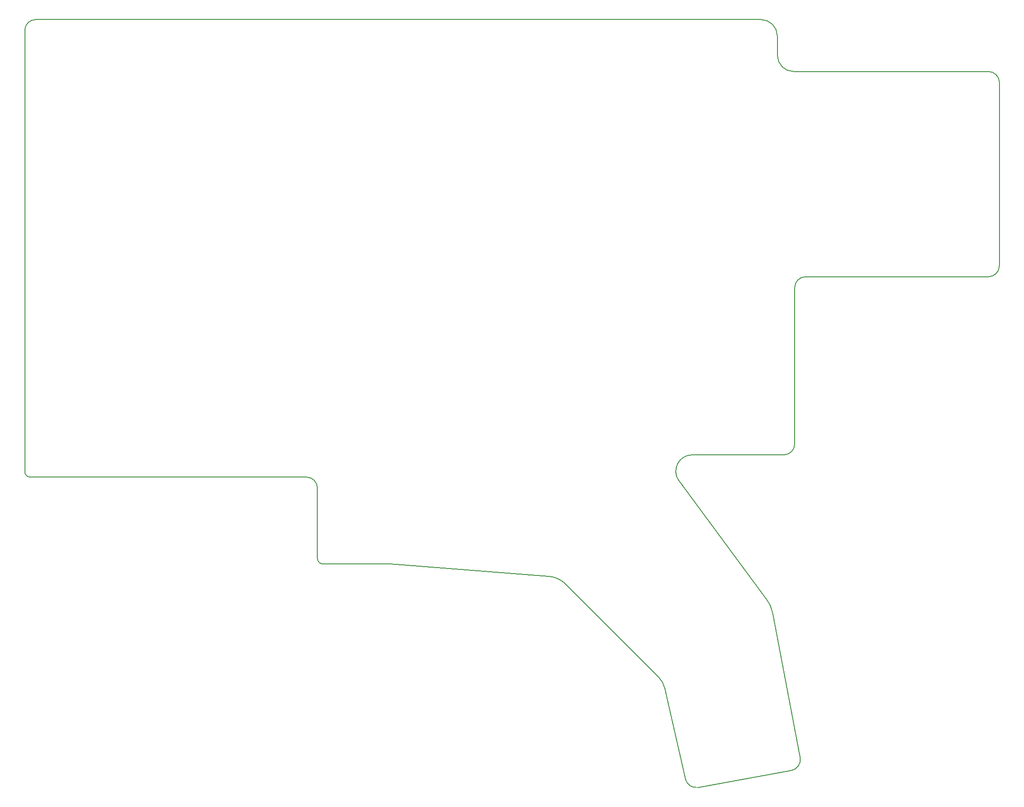
<source format=gbr>
%TF.GenerationSoftware,KiCad,Pcbnew,7.0.1*%
%TF.CreationDate,2023-03-23T04:50:53+01:00*%
%TF.ProjectId,Tiamat_v01_badge,5469616d-6174-45f7-9630-315f62616467,rev?*%
%TF.SameCoordinates,Original*%
%TF.FileFunction,Profile,NP*%
%FSLAX46Y46*%
G04 Gerber Fmt 4.6, Leading zero omitted, Abs format (unit mm)*
G04 Created by KiCad (PCBNEW 7.0.1) date 2023-03-23 04:50:53*
%MOMM*%
%LPD*%
G01*
G04 APERTURE LIST*
%TA.AperFunction,Profile*%
%ADD10C,0.150000*%
%TD*%
G04 APERTURE END LIST*
D10*
X22990000Y-22225000D02*
G75*
G03*
X20990000Y-24225000I0J-2000000D01*
G01*
X74551099Y-108042853D02*
G75*
G03*
X72551146Y-106045000I-1999999J-2147D01*
G01*
X163925000Y-69337300D02*
G75*
G03*
X161925000Y-71337300I0J-2000000D01*
G01*
X159925000Y-101967300D02*
G75*
G03*
X161925000Y-99967300I0J2000000D01*
G01*
X199390000Y-33750000D02*
G75*
G03*
X197390000Y-31750000I-2000000J0D01*
G01*
X158750000Y-25225000D02*
G75*
G03*
X155750000Y-22225000I-3000000J0D01*
G01*
X158750000Y-28750000D02*
G75*
G03*
X161750000Y-31750000I3000000J0D01*
G01*
X161750000Y-31750000D02*
X197390000Y-31750000D01*
X158750000Y-25225000D02*
X158750000Y-28750000D01*
X157807134Y-130682890D02*
G75*
G03*
X156918854Y-128653499I-4910834J-940410D01*
G01*
X138227211Y-144948667D02*
G75*
G03*
X136885326Y-142514242I-4877211J-1101333D01*
G01*
X161322288Y-159773452D02*
G75*
G03*
X162928824Y-157429545I-357788J1967752D01*
G01*
X141931230Y-161352102D02*
G75*
G03*
X144239852Y-162879327I1950870J440502D01*
G01*
X141931199Y-161352109D02*
X138227196Y-144948670D01*
X120039031Y-125669789D02*
G75*
G03*
X116893255Y-124220745I-3535331J-3535811D01*
G01*
X197390000Y-69337300D02*
G75*
G03*
X199390000Y-67337300I1J1999999D01*
G01*
X116893255Y-124220745D02*
X87803991Y-121947300D01*
X161322284Y-159773430D02*
X144239852Y-162879327D01*
X136885327Y-142514241D02*
X120039007Y-125669813D01*
X157807124Y-130682892D02*
X162928824Y-157429545D01*
X140733851Y-106731051D02*
X156918855Y-128653499D01*
X199390000Y-67337300D02*
X199390000Y-33750000D01*
X163925000Y-69337300D02*
X197390000Y-69337300D01*
X143160615Y-101967301D02*
G75*
G03*
X140733851Y-106731051I-1J-2999999D01*
G01*
X74565001Y-120947300D02*
G75*
G03*
X75565001Y-121947300I999999J-1D01*
G01*
X161925000Y-99967300D02*
X161925000Y-71337300D01*
X74551145Y-108042853D02*
X74565001Y-120947300D01*
X20990000Y-105045000D02*
X20990000Y-24225000D01*
X75565001Y-121947300D02*
X87803991Y-121947300D01*
X20990000Y-105045000D02*
G75*
G03*
X21990000Y-106045000I999999J-1D01*
G01*
X21990000Y-106045000D02*
X72551146Y-106045000D01*
X143160615Y-101967300D02*
X159925000Y-101967300D01*
X22990000Y-22225000D02*
X155750000Y-22225000D01*
M02*

</source>
